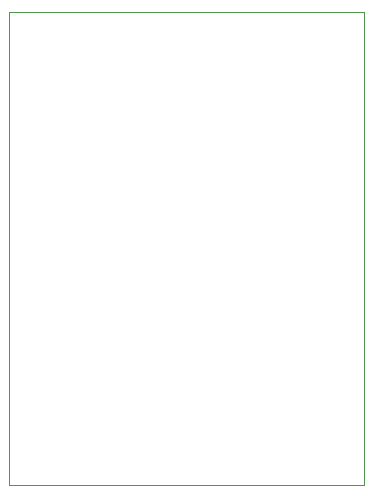
<source format=gbr>
%TF.GenerationSoftware,KiCad,Pcbnew,(6.0.1)*%
%TF.CreationDate,2022-02-11T18:29:39+00:00*%
%TF.ProjectId,Relay_RF_G6E,52656c61-795f-4524-965f-4736452e6b69,rev?*%
%TF.SameCoordinates,Original*%
%TF.FileFunction,Profile,NP*%
%FSLAX46Y46*%
G04 Gerber Fmt 4.6, Leading zero omitted, Abs format (unit mm)*
G04 Created by KiCad (PCBNEW (6.0.1)) date 2022-02-11 18:29:39*
%MOMM*%
%LPD*%
G01*
G04 APERTURE LIST*
%TA.AperFunction,Profile*%
%ADD10C,0.100000*%
%TD*%
G04 APERTURE END LIST*
D10*
X130000000Y-140000000D02*
X100000000Y-140000000D01*
X100000000Y-100000000D02*
X130000000Y-100000000D01*
X130000000Y-100000000D02*
X130000000Y-140000000D01*
X100000000Y-140000000D02*
X100000000Y-100000000D01*
M02*

</source>
